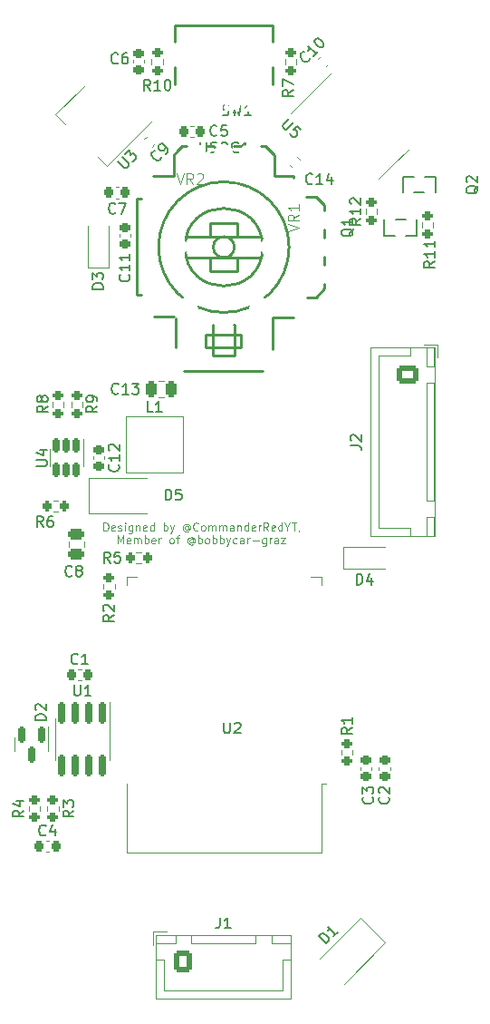
<source format=gbr>
%TF.GenerationSoftware,KiCad,Pcbnew,(6.0.8)*%
%TF.CreationDate,2022-10-07T15:24:08+02:00*%
%TF.ProjectId,bobbycar-emergency-hardware,626f6262-7963-4617-922d-656d65726765,rev?*%
%TF.SameCoordinates,Original*%
%TF.FileFunction,Legend,Top*%
%TF.FilePolarity,Positive*%
%FSLAX46Y46*%
G04 Gerber Fmt 4.6, Leading zero omitted, Abs format (unit mm)*
G04 Created by KiCad (PCBNEW (6.0.8)) date 2022-10-07 15:24:08*
%MOMM*%
%LPD*%
G01*
G04 APERTURE LIST*
G04 Aperture macros list*
%AMRoundRect*
0 Rectangle with rounded corners*
0 $1 Rounding radius*
0 $2 $3 $4 $5 $6 $7 $8 $9 X,Y pos of 4 corners*
0 Add a 4 corners polygon primitive as box body*
4,1,4,$2,$3,$4,$5,$6,$7,$8,$9,$2,$3,0*
0 Add four circle primitives for the rounded corners*
1,1,$1+$1,$2,$3*
1,1,$1+$1,$4,$5*
1,1,$1+$1,$6,$7*
1,1,$1+$1,$8,$9*
0 Add four rect primitives between the rounded corners*
20,1,$1+$1,$2,$3,$4,$5,0*
20,1,$1+$1,$4,$5,$6,$7,0*
20,1,$1+$1,$6,$7,$8,$9,0*
20,1,$1+$1,$8,$9,$2,$3,0*%
%AMRotRect*
0 Rectangle, with rotation*
0 The origin of the aperture is its center*
0 $1 length*
0 $2 width*
0 $3 Rotation angle, in degrees counterclockwise*
0 Add horizontal line*
21,1,$1,$2,0,0,$3*%
G04 Aperture macros list end*
%ADD10C,0.100000*%
%ADD11C,0.150000*%
%ADD12C,0.250000*%
%ADD13C,0.120000*%
%ADD14R,0.600000X1.150000*%
%ADD15R,0.300000X1.150000*%
%ADD16O,1.000000X1.800000*%
%ADD17O,1.000000X2.100000*%
%ADD18C,0.650000*%
%ADD19C,1.800000*%
%ADD20C,2.500000*%
%ADD21C,2.200000*%
%ADD22R,0.700000X1.250000*%
%ADD23RoundRect,0.225000X-0.250000X0.225000X-0.250000X-0.225000X0.250000X-0.225000X0.250000X0.225000X0*%
%ADD24RoundRect,0.225000X0.250000X-0.225000X0.250000X0.225000X-0.250000X0.225000X-0.250000X-0.225000X0*%
%ADD25RoundRect,0.200000X0.275000X-0.200000X0.275000X0.200000X-0.275000X0.200000X-0.275000X-0.200000X0*%
%ADD26RoundRect,0.250000X0.475000X-0.250000X0.475000X0.250000X-0.475000X0.250000X-0.475000X-0.250000X0*%
%ADD27RoundRect,0.150000X-0.150000X0.587500X-0.150000X-0.587500X0.150000X-0.587500X0.150000X0.587500X0*%
%ADD28RoundRect,0.200000X-0.275000X0.200000X-0.275000X-0.200000X0.275000X-0.200000X0.275000X0.200000X0*%
%ADD29RoundRect,0.250000X-0.600000X-0.725000X0.600000X-0.725000X0.600000X0.725000X-0.600000X0.725000X0*%
%ADD30O,1.700000X1.950000*%
%ADD31RoundRect,0.250000X-0.725000X0.600000X-0.725000X-0.600000X0.725000X-0.600000X0.725000X0.600000X0*%
%ADD32O,1.950000X1.700000*%
%ADD33RoundRect,0.150000X-0.150000X0.825000X-0.150000X-0.825000X0.150000X-0.825000X0.150000X0.825000X0*%
%ADD34RoundRect,0.200000X-0.200000X-0.275000X0.200000X-0.275000X0.200000X0.275000X-0.200000X0.275000X0*%
%ADD35R,1.200000X0.900000*%
%ADD36R,1.800000X4.200000*%
%ADD37RoundRect,0.225000X-0.335876X-0.017678X-0.017678X-0.335876X0.335876X0.017678X0.017678X0.335876X0*%
%ADD38RoundRect,0.225000X-0.225000X-0.250000X0.225000X-0.250000X0.225000X0.250000X-0.225000X0.250000X0*%
%ADD39R,0.900000X1.200000*%
%ADD40RoundRect,0.200000X0.200000X0.275000X-0.200000X0.275000X-0.200000X-0.275000X0.200000X-0.275000X0*%
%ADD41RoundRect,0.150000X-0.150000X0.512500X-0.150000X-0.512500X0.150000X-0.512500X0.150000X0.512500X0*%
%ADD42RoundRect,0.150000X-0.477297X-0.689429X0.689429X0.477297X0.477297X0.689429X-0.689429X-0.477297X0*%
%ADD43RotRect,2.000000X1.500000X225.000000*%
%ADD44RotRect,2.000000X3.800000X225.000000*%
%ADD45RoundRect,0.225000X-0.017678X0.335876X-0.335876X0.017678X0.017678X-0.335876X0.335876X-0.017678X0*%
%ADD46RoundRect,0.225000X0.017678X-0.335876X0.335876X-0.017678X-0.017678X0.335876X-0.335876X0.017678X0*%
%ADD47RoundRect,0.250000X-0.250000X-0.475000X0.250000X-0.475000X0.250000X0.475000X-0.250000X0.475000X0*%
%ADD48R,2.500000X1.800000*%
%ADD49RotRect,2.500000X1.800000X225.000000*%
%ADD50R,1.500000X0.900000*%
%ADD51R,0.900000X1.500000*%
%ADD52R,4.200000X4.200000*%
%ADD53C,0.475000*%
G04 APERTURE END LIST*
D10*
X-1251000Y44206464D02*
X-1251000Y44956464D01*
X-1072428Y44956464D01*
X-965285Y44920750D01*
X-893857Y44849321D01*
X-858142Y44777892D01*
X-822428Y44635035D01*
X-822428Y44527892D01*
X-858142Y44385035D01*
X-893857Y44313607D01*
X-965285Y44242178D01*
X-1072428Y44206464D01*
X-1251000Y44206464D01*
X-215285Y44242178D02*
X-286714Y44206464D01*
X-429571Y44206464D01*
X-501000Y44242178D01*
X-536714Y44313607D01*
X-536714Y44599321D01*
X-501000Y44670750D01*
X-429571Y44706464D01*
X-286714Y44706464D01*
X-215285Y44670750D01*
X-179571Y44599321D01*
X-179571Y44527892D01*
X-536714Y44456464D01*
X106142Y44242178D02*
X177571Y44206464D01*
X320428Y44206464D01*
X391857Y44242178D01*
X427571Y44313607D01*
X427571Y44349321D01*
X391857Y44420750D01*
X320428Y44456464D01*
X213285Y44456464D01*
X141857Y44492178D01*
X106142Y44563607D01*
X106142Y44599321D01*
X141857Y44670750D01*
X213285Y44706464D01*
X320428Y44706464D01*
X391857Y44670750D01*
X748999Y44206464D02*
X748999Y44706464D01*
X748999Y44956464D02*
X713285Y44920750D01*
X748999Y44885035D01*
X784714Y44920750D01*
X748999Y44956464D01*
X748999Y44885035D01*
X1427571Y44706464D02*
X1427571Y44099321D01*
X1391857Y44027892D01*
X1356142Y43992178D01*
X1284714Y43956464D01*
X1177571Y43956464D01*
X1106142Y43992178D01*
X1427571Y44242178D02*
X1356142Y44206464D01*
X1213285Y44206464D01*
X1141857Y44242178D01*
X1106142Y44277892D01*
X1070428Y44349321D01*
X1070428Y44563607D01*
X1106142Y44635035D01*
X1141857Y44670750D01*
X1213285Y44706464D01*
X1356142Y44706464D01*
X1427571Y44670750D01*
X1784714Y44706464D02*
X1784714Y44206464D01*
X1784714Y44635035D02*
X1820428Y44670750D01*
X1891857Y44706464D01*
X1998999Y44706464D01*
X2070428Y44670750D01*
X2106142Y44599321D01*
X2106142Y44206464D01*
X2748999Y44242178D02*
X2677571Y44206464D01*
X2534714Y44206464D01*
X2463285Y44242178D01*
X2427571Y44313607D01*
X2427571Y44599321D01*
X2463285Y44670750D01*
X2534714Y44706464D01*
X2677571Y44706464D01*
X2748999Y44670750D01*
X2784714Y44599321D01*
X2784714Y44527892D01*
X2427571Y44456464D01*
X3427571Y44206464D02*
X3427571Y44956464D01*
X3427571Y44242178D02*
X3356142Y44206464D01*
X3213285Y44206464D01*
X3141857Y44242178D01*
X3106142Y44277892D01*
X3070428Y44349321D01*
X3070428Y44563607D01*
X3106142Y44635035D01*
X3141857Y44670750D01*
X3213285Y44706464D01*
X3356142Y44706464D01*
X3427571Y44670750D01*
X4356142Y44206464D02*
X4356142Y44956464D01*
X4356142Y44670750D02*
X4427571Y44706464D01*
X4570428Y44706464D01*
X4641857Y44670750D01*
X4677571Y44635035D01*
X4713285Y44563607D01*
X4713285Y44349321D01*
X4677571Y44277892D01*
X4641857Y44242178D01*
X4570428Y44206464D01*
X4427571Y44206464D01*
X4356142Y44242178D01*
X4963285Y44706464D02*
X5141857Y44206464D01*
X5320428Y44706464D02*
X5141857Y44206464D01*
X5070428Y44027892D01*
X5034714Y43992178D01*
X4963285Y43956464D01*
X6641857Y44563607D02*
X6606142Y44599321D01*
X6534714Y44635035D01*
X6463285Y44635035D01*
X6391857Y44599321D01*
X6356142Y44563607D01*
X6320428Y44492178D01*
X6320428Y44420750D01*
X6356142Y44349321D01*
X6391857Y44313607D01*
X6463285Y44277892D01*
X6534714Y44277892D01*
X6606142Y44313607D01*
X6641857Y44349321D01*
X6641857Y44635035D02*
X6641857Y44349321D01*
X6677571Y44313607D01*
X6713285Y44313607D01*
X6784714Y44349321D01*
X6820428Y44420750D01*
X6820428Y44599321D01*
X6748999Y44706464D01*
X6641857Y44777892D01*
X6498999Y44813607D01*
X6356142Y44777892D01*
X6248999Y44706464D01*
X6177571Y44599321D01*
X6141857Y44456464D01*
X6177571Y44313607D01*
X6248999Y44206464D01*
X6356142Y44135035D01*
X6498999Y44099321D01*
X6641857Y44135035D01*
X6748999Y44206464D01*
X7570428Y44277892D02*
X7534714Y44242178D01*
X7427571Y44206464D01*
X7356142Y44206464D01*
X7248999Y44242178D01*
X7177571Y44313607D01*
X7141857Y44385035D01*
X7106142Y44527892D01*
X7106142Y44635035D01*
X7141857Y44777892D01*
X7177571Y44849321D01*
X7248999Y44920750D01*
X7356142Y44956464D01*
X7427571Y44956464D01*
X7534714Y44920750D01*
X7570428Y44885035D01*
X7998999Y44206464D02*
X7927571Y44242178D01*
X7891857Y44277892D01*
X7856142Y44349321D01*
X7856142Y44563607D01*
X7891857Y44635035D01*
X7927571Y44670750D01*
X7998999Y44706464D01*
X8106142Y44706464D01*
X8177571Y44670750D01*
X8213285Y44635035D01*
X8248999Y44563607D01*
X8248999Y44349321D01*
X8213285Y44277892D01*
X8177571Y44242178D01*
X8106142Y44206464D01*
X7998999Y44206464D01*
X8570428Y44206464D02*
X8570428Y44706464D01*
X8570428Y44635035D02*
X8606142Y44670750D01*
X8677571Y44706464D01*
X8784714Y44706464D01*
X8856142Y44670750D01*
X8891857Y44599321D01*
X8891857Y44206464D01*
X8891857Y44599321D02*
X8927571Y44670750D01*
X8998999Y44706464D01*
X9106142Y44706464D01*
X9177571Y44670750D01*
X9213285Y44599321D01*
X9213285Y44206464D01*
X9570428Y44206464D02*
X9570428Y44706464D01*
X9570428Y44635035D02*
X9606142Y44670750D01*
X9677571Y44706464D01*
X9784714Y44706464D01*
X9856142Y44670750D01*
X9891857Y44599321D01*
X9891857Y44206464D01*
X9891857Y44599321D02*
X9927571Y44670750D01*
X9998999Y44706464D01*
X10106142Y44706464D01*
X10177571Y44670750D01*
X10213285Y44599321D01*
X10213285Y44206464D01*
X10891857Y44206464D02*
X10891857Y44599321D01*
X10856142Y44670750D01*
X10784714Y44706464D01*
X10641857Y44706464D01*
X10570428Y44670750D01*
X10891857Y44242178D02*
X10820428Y44206464D01*
X10641857Y44206464D01*
X10570428Y44242178D01*
X10534714Y44313607D01*
X10534714Y44385035D01*
X10570428Y44456464D01*
X10641857Y44492178D01*
X10820428Y44492178D01*
X10891857Y44527892D01*
X11248999Y44706464D02*
X11248999Y44206464D01*
X11248999Y44635035D02*
X11284714Y44670750D01*
X11356142Y44706464D01*
X11463285Y44706464D01*
X11534714Y44670750D01*
X11570428Y44599321D01*
X11570428Y44206464D01*
X12248999Y44206464D02*
X12248999Y44956464D01*
X12248999Y44242178D02*
X12177571Y44206464D01*
X12034714Y44206464D01*
X11963285Y44242178D01*
X11927571Y44277892D01*
X11891857Y44349321D01*
X11891857Y44563607D01*
X11927571Y44635035D01*
X11963285Y44670750D01*
X12034714Y44706464D01*
X12177571Y44706464D01*
X12248999Y44670750D01*
X12891857Y44242178D02*
X12820428Y44206464D01*
X12677571Y44206464D01*
X12606142Y44242178D01*
X12570428Y44313607D01*
X12570428Y44599321D01*
X12606142Y44670750D01*
X12677571Y44706464D01*
X12820428Y44706464D01*
X12891857Y44670750D01*
X12927571Y44599321D01*
X12927571Y44527892D01*
X12570428Y44456464D01*
X13249000Y44206464D02*
X13249000Y44706464D01*
X13249000Y44563607D02*
X13284714Y44635035D01*
X13320428Y44670750D01*
X13391857Y44706464D01*
X13463285Y44706464D01*
X14141857Y44206464D02*
X13891857Y44563607D01*
X13713285Y44206464D02*
X13713285Y44956464D01*
X13999000Y44956464D01*
X14070428Y44920750D01*
X14106142Y44885035D01*
X14141857Y44813607D01*
X14141857Y44706464D01*
X14106142Y44635035D01*
X14070428Y44599321D01*
X13999000Y44563607D01*
X13713285Y44563607D01*
X14749000Y44242178D02*
X14677571Y44206464D01*
X14534714Y44206464D01*
X14463285Y44242178D01*
X14427571Y44313607D01*
X14427571Y44599321D01*
X14463285Y44670750D01*
X14534714Y44706464D01*
X14677571Y44706464D01*
X14749000Y44670750D01*
X14784714Y44599321D01*
X14784714Y44527892D01*
X14427571Y44456464D01*
X15427571Y44206464D02*
X15427571Y44956464D01*
X15427571Y44242178D02*
X15356142Y44206464D01*
X15213285Y44206464D01*
X15141857Y44242178D01*
X15106142Y44277892D01*
X15070428Y44349321D01*
X15070428Y44563607D01*
X15106142Y44635035D01*
X15141857Y44670750D01*
X15213285Y44706464D01*
X15356142Y44706464D01*
X15427571Y44670750D01*
X15927571Y44563607D02*
X15927571Y44206464D01*
X15677571Y44956464D02*
X15927571Y44563607D01*
X16177571Y44956464D01*
X16320428Y44956464D02*
X16748999Y44956464D01*
X16534714Y44206464D02*
X16534714Y44956464D01*
X17034714Y44242178D02*
X17034714Y44206464D01*
X16999000Y44135035D01*
X16963285Y44099321D01*
X88285Y42998964D02*
X88285Y43748964D01*
X338285Y43213250D01*
X588285Y43748964D01*
X588285Y42998964D01*
X1231142Y43034678D02*
X1159714Y42998964D01*
X1016857Y42998964D01*
X945428Y43034678D01*
X909714Y43106107D01*
X909714Y43391821D01*
X945428Y43463250D01*
X1016857Y43498964D01*
X1159714Y43498964D01*
X1231142Y43463250D01*
X1266857Y43391821D01*
X1266857Y43320392D01*
X909714Y43248964D01*
X1588285Y42998964D02*
X1588285Y43498964D01*
X1588285Y43427535D02*
X1623999Y43463250D01*
X1695428Y43498964D01*
X1802571Y43498964D01*
X1873999Y43463250D01*
X1909714Y43391821D01*
X1909714Y42998964D01*
X1909714Y43391821D02*
X1945428Y43463250D01*
X2016857Y43498964D01*
X2123999Y43498964D01*
X2195428Y43463250D01*
X2231142Y43391821D01*
X2231142Y42998964D01*
X2588285Y42998964D02*
X2588285Y43748964D01*
X2588285Y43463250D02*
X2659714Y43498964D01*
X2802571Y43498964D01*
X2873999Y43463250D01*
X2909714Y43427535D01*
X2945428Y43356107D01*
X2945428Y43141821D01*
X2909714Y43070392D01*
X2873999Y43034678D01*
X2802571Y42998964D01*
X2659714Y42998964D01*
X2588285Y43034678D01*
X3552571Y43034678D02*
X3481142Y42998964D01*
X3338285Y42998964D01*
X3266857Y43034678D01*
X3231142Y43106107D01*
X3231142Y43391821D01*
X3266857Y43463250D01*
X3338285Y43498964D01*
X3481142Y43498964D01*
X3552571Y43463250D01*
X3588285Y43391821D01*
X3588285Y43320392D01*
X3231142Y43248964D01*
X3909714Y42998964D02*
X3909714Y43498964D01*
X3909714Y43356107D02*
X3945428Y43427535D01*
X3981142Y43463250D01*
X4052571Y43498964D01*
X4123999Y43498964D01*
X5052571Y42998964D02*
X4981142Y43034678D01*
X4945428Y43070392D01*
X4909714Y43141821D01*
X4909714Y43356107D01*
X4945428Y43427535D01*
X4981142Y43463250D01*
X5052571Y43498964D01*
X5159714Y43498964D01*
X5231142Y43463250D01*
X5266857Y43427535D01*
X5302571Y43356107D01*
X5302571Y43141821D01*
X5266857Y43070392D01*
X5231142Y43034678D01*
X5159714Y42998964D01*
X5052571Y42998964D01*
X5516857Y43498964D02*
X5802571Y43498964D01*
X5623999Y42998964D02*
X5623999Y43641821D01*
X5659714Y43713250D01*
X5731142Y43748964D01*
X5802571Y43748964D01*
X7088285Y43356107D02*
X7052571Y43391821D01*
X6981142Y43427535D01*
X6909714Y43427535D01*
X6838285Y43391821D01*
X6802571Y43356107D01*
X6766857Y43284678D01*
X6766857Y43213250D01*
X6802571Y43141821D01*
X6838285Y43106107D01*
X6909714Y43070392D01*
X6981142Y43070392D01*
X7052571Y43106107D01*
X7088285Y43141821D01*
X7088285Y43427535D02*
X7088285Y43141821D01*
X7123999Y43106107D01*
X7159714Y43106107D01*
X7231142Y43141821D01*
X7266857Y43213250D01*
X7266857Y43391821D01*
X7195428Y43498964D01*
X7088285Y43570392D01*
X6945428Y43606107D01*
X6802571Y43570392D01*
X6695428Y43498964D01*
X6623999Y43391821D01*
X6588285Y43248964D01*
X6623999Y43106107D01*
X6695428Y42998964D01*
X6802571Y42927535D01*
X6945428Y42891821D01*
X7088285Y42927535D01*
X7195428Y42998964D01*
X7588285Y42998964D02*
X7588285Y43748964D01*
X7588285Y43463250D02*
X7659714Y43498964D01*
X7802571Y43498964D01*
X7873999Y43463250D01*
X7909714Y43427535D01*
X7945428Y43356107D01*
X7945428Y43141821D01*
X7909714Y43070392D01*
X7873999Y43034678D01*
X7802571Y42998964D01*
X7659714Y42998964D01*
X7588285Y43034678D01*
X8373999Y42998964D02*
X8302571Y43034678D01*
X8266857Y43070392D01*
X8231142Y43141821D01*
X8231142Y43356107D01*
X8266857Y43427535D01*
X8302571Y43463250D01*
X8373999Y43498964D01*
X8481142Y43498964D01*
X8552571Y43463250D01*
X8588285Y43427535D01*
X8623999Y43356107D01*
X8623999Y43141821D01*
X8588285Y43070392D01*
X8552571Y43034678D01*
X8481142Y42998964D01*
X8373999Y42998964D01*
X8945428Y42998964D02*
X8945428Y43748964D01*
X8945428Y43463250D02*
X9016857Y43498964D01*
X9159714Y43498964D01*
X9231142Y43463250D01*
X9266857Y43427535D01*
X9302571Y43356107D01*
X9302571Y43141821D01*
X9266857Y43070392D01*
X9231142Y43034678D01*
X9159714Y42998964D01*
X9016857Y42998964D01*
X8945428Y43034678D01*
X9623999Y42998964D02*
X9623999Y43748964D01*
X9623999Y43463250D02*
X9695428Y43498964D01*
X9838285Y43498964D01*
X9909714Y43463250D01*
X9945428Y43427535D01*
X9981142Y43356107D01*
X9981142Y43141821D01*
X9945428Y43070392D01*
X9909714Y43034678D01*
X9838285Y42998964D01*
X9695428Y42998964D01*
X9623999Y43034678D01*
X10231142Y43498964D02*
X10409714Y42998964D01*
X10588285Y43498964D02*
X10409714Y42998964D01*
X10338285Y42820392D01*
X10302571Y42784678D01*
X10231142Y42748964D01*
X11195428Y43034678D02*
X11123999Y42998964D01*
X10981142Y42998964D01*
X10909714Y43034678D01*
X10873999Y43070392D01*
X10838285Y43141821D01*
X10838285Y43356107D01*
X10873999Y43427535D01*
X10909714Y43463250D01*
X10981142Y43498964D01*
X11123999Y43498964D01*
X11195428Y43463250D01*
X11838285Y42998964D02*
X11838285Y43391821D01*
X11802571Y43463250D01*
X11731142Y43498964D01*
X11588285Y43498964D01*
X11516857Y43463250D01*
X11838285Y43034678D02*
X11766857Y42998964D01*
X11588285Y42998964D01*
X11516857Y43034678D01*
X11481142Y43106107D01*
X11481142Y43177535D01*
X11516857Y43248964D01*
X11588285Y43284678D01*
X11766857Y43284678D01*
X11838285Y43320392D01*
X12195428Y42998964D02*
X12195428Y43498964D01*
X12195428Y43356107D02*
X12231142Y43427535D01*
X12266857Y43463250D01*
X12338285Y43498964D01*
X12409714Y43498964D01*
X12659714Y43284678D02*
X13231142Y43284678D01*
X13909714Y43498964D02*
X13909714Y42891821D01*
X13874000Y42820392D01*
X13838285Y42784678D01*
X13766857Y42748964D01*
X13659714Y42748964D01*
X13588285Y42784678D01*
X13909714Y43034678D02*
X13838285Y42998964D01*
X13695428Y42998964D01*
X13624000Y43034678D01*
X13588285Y43070392D01*
X13552571Y43141821D01*
X13552571Y43356107D01*
X13588285Y43427535D01*
X13624000Y43463250D01*
X13695428Y43498964D01*
X13838285Y43498964D01*
X13909714Y43463250D01*
X14266857Y42998964D02*
X14266857Y43498964D01*
X14266857Y43356107D02*
X14302571Y43427535D01*
X14338285Y43463250D01*
X14409714Y43498964D01*
X14481142Y43498964D01*
X15052571Y42998964D02*
X15052571Y43391821D01*
X15016857Y43463250D01*
X14945428Y43498964D01*
X14802571Y43498964D01*
X14731142Y43463250D01*
X15052571Y43034678D02*
X14981142Y42998964D01*
X14802571Y42998964D01*
X14731142Y43034678D01*
X14695428Y43106107D01*
X14695428Y43177535D01*
X14731142Y43248964D01*
X14802571Y43284678D01*
X14981142Y43284678D01*
X15052571Y43320392D01*
X15338285Y43498964D02*
X15731142Y43498964D01*
X15338285Y42998964D01*
X15731142Y42998964D01*
D11*
%TO.C,USBC1*%
X7761904Y80477619D02*
X7761904Y79668095D01*
X7809523Y79572857D01*
X7857142Y79525238D01*
X7952380Y79477619D01*
X8142857Y79477619D01*
X8238095Y79525238D01*
X8285714Y79572857D01*
X8333333Y79668095D01*
X8333333Y80477619D01*
X8761904Y79525238D02*
X8904761Y79477619D01*
X9142857Y79477619D01*
X9238095Y79525238D01*
X9285714Y79572857D01*
X9333333Y79668095D01*
X9333333Y79763333D01*
X9285714Y79858571D01*
X9238095Y79906190D01*
X9142857Y79953809D01*
X8952380Y80001428D01*
X8857142Y80049047D01*
X8809523Y80096666D01*
X8761904Y80191904D01*
X8761904Y80287142D01*
X8809523Y80382380D01*
X8857142Y80430000D01*
X8952380Y80477619D01*
X9190476Y80477619D01*
X9333333Y80430000D01*
X10095238Y80001428D02*
X10238095Y79953809D01*
X10285714Y79906190D01*
X10333333Y79810952D01*
X10333333Y79668095D01*
X10285714Y79572857D01*
X10238095Y79525238D01*
X10142857Y79477619D01*
X9761904Y79477619D01*
X9761904Y80477619D01*
X10095238Y80477619D01*
X10190476Y80430000D01*
X10238095Y80382380D01*
X10285714Y80287142D01*
X10285714Y80191904D01*
X10238095Y80096666D01*
X10190476Y80049047D01*
X10095238Y80001428D01*
X9761904Y80001428D01*
X11333333Y79572857D02*
X11285714Y79525238D01*
X11142857Y79477619D01*
X11047619Y79477619D01*
X10904761Y79525238D01*
X10809523Y79620476D01*
X10761904Y79715714D01*
X10714285Y79906190D01*
X10714285Y80049047D01*
X10761904Y80239523D01*
X10809523Y80334761D01*
X10904761Y80430000D01*
X11047619Y80477619D01*
X11142857Y80477619D01*
X11285714Y80430000D01*
X11333333Y80382380D01*
X12285714Y79477619D02*
X11714285Y79477619D01*
X12000000Y79477619D02*
X12000000Y80477619D01*
X11904761Y80334761D01*
X11809523Y80239523D01*
X11714285Y80191904D01*
%TO.C,SW1*%
X9846666Y82997238D02*
X9989523Y82949619D01*
X10227619Y82949619D01*
X10322857Y82997238D01*
X10370476Y83044857D01*
X10418095Y83140095D01*
X10418095Y83235333D01*
X10370476Y83330571D01*
X10322857Y83378190D01*
X10227619Y83425809D01*
X10037142Y83473428D01*
X9941904Y83521047D01*
X9894285Y83568666D01*
X9846666Y83663904D01*
X9846666Y83759142D01*
X9894285Y83854380D01*
X9941904Y83902000D01*
X10037142Y83949619D01*
X10275238Y83949619D01*
X10418095Y83902000D01*
X10751428Y83949619D02*
X10989523Y82949619D01*
X11180000Y83663904D01*
X11370476Y82949619D01*
X11608571Y83949619D01*
X12513333Y82949619D02*
X11941904Y82949619D01*
X12227619Y82949619D02*
X12227619Y83949619D01*
X12132380Y83806761D01*
X12037142Y83711523D01*
X11941904Y83663904D01*
D10*
X15972380Y72142238D02*
X16972380Y72475571D01*
X15972380Y72808904D01*
X16972380Y73713666D02*
X16496190Y73380333D01*
X16972380Y73142238D02*
X15972380Y73142238D01*
X15972380Y73523190D01*
X16020000Y73618428D01*
X16067619Y73666047D01*
X16162857Y73713666D01*
X16305714Y73713666D01*
X16400952Y73666047D01*
X16448571Y73618428D01*
X16496190Y73523190D01*
X16496190Y73142238D01*
X16972380Y74666047D02*
X16972380Y74094619D01*
X16972380Y74380333D02*
X15972380Y74380333D01*
X16115238Y74285095D01*
X16210476Y74189857D01*
X16258095Y74094619D01*
X5540238Y77569619D02*
X5873571Y76569619D01*
X6206904Y77569619D01*
X7111666Y76569619D02*
X6778333Y77045809D01*
X6540238Y76569619D02*
X6540238Y77569619D01*
X6921190Y77569619D01*
X7016428Y77522000D01*
X7064047Y77474380D01*
X7111666Y77379142D01*
X7111666Y77236285D01*
X7064047Y77141047D01*
X7016428Y77093428D01*
X6921190Y77045809D01*
X6540238Y77045809D01*
X7492619Y77474380D02*
X7540238Y77522000D01*
X7635476Y77569619D01*
X7873571Y77569619D01*
X7968809Y77522000D01*
X8016428Y77474380D01*
X8064047Y77379142D01*
X8064047Y77283904D01*
X8016428Y77141047D01*
X7445000Y76569619D01*
X8064047Y76569619D01*
D11*
%TO.C,Q2*%
X33747619Y76404761D02*
X33700000Y76309523D01*
X33604761Y76214285D01*
X33461904Y76071428D01*
X33414285Y75976190D01*
X33414285Y75880952D01*
X33652380Y75928571D02*
X33604761Y75833333D01*
X33509523Y75738095D01*
X33319047Y75690476D01*
X32985714Y75690476D01*
X32795238Y75738095D01*
X32700000Y75833333D01*
X32652380Y75928571D01*
X32652380Y76119047D01*
X32700000Y76214285D01*
X32795238Y76309523D01*
X32985714Y76357142D01*
X33319047Y76357142D01*
X33509523Y76309523D01*
X33604761Y76214285D01*
X33652380Y76119047D01*
X33652380Y75928571D01*
X32747619Y76738095D02*
X32700000Y76785714D01*
X32652380Y76880952D01*
X32652380Y77119047D01*
X32700000Y77214285D01*
X32747619Y77261904D01*
X32842857Y77309523D01*
X32938095Y77309523D01*
X33080952Y77261904D01*
X33652380Y76690476D01*
X33652380Y77309523D01*
%TO.C,Q1*%
X22097619Y72404761D02*
X22050000Y72309523D01*
X21954761Y72214285D01*
X21811904Y72071428D01*
X21764285Y71976190D01*
X21764285Y71880952D01*
X22002380Y71928571D02*
X21954761Y71833333D01*
X21859523Y71738095D01*
X21669047Y71690476D01*
X21335714Y71690476D01*
X21145238Y71738095D01*
X21050000Y71833333D01*
X21002380Y71928571D01*
X21002380Y72119047D01*
X21050000Y72214285D01*
X21145238Y72309523D01*
X21335714Y72357142D01*
X21669047Y72357142D01*
X21859523Y72309523D01*
X21954761Y72214285D01*
X22002380Y72119047D01*
X22002380Y71928571D01*
X22002380Y73309523D02*
X22002380Y72738095D01*
X22002380Y73023809D02*
X21002380Y73023809D01*
X21145238Y72928571D01*
X21240476Y72833333D01*
X21288095Y72738095D01*
%TO.C,C6*%
X83333Y87892857D02*
X35714Y87845238D01*
X-107142Y87797619D01*
X-202380Y87797619D01*
X-345238Y87845238D01*
X-440476Y87940476D01*
X-488095Y88035714D01*
X-535714Y88226190D01*
X-535714Y88369047D01*
X-488095Y88559523D01*
X-440476Y88654761D01*
X-345238Y88750000D01*
X-202380Y88797619D01*
X-107142Y88797619D01*
X35714Y88750000D01*
X83333Y88702380D01*
X940476Y88797619D02*
X750000Y88797619D01*
X654761Y88750000D01*
X607142Y88702380D01*
X511904Y88559523D01*
X464285Y88369047D01*
X464285Y87988095D01*
X511904Y87892857D01*
X559523Y87845238D01*
X654761Y87797619D01*
X845238Y87797619D01*
X940476Y87845238D01*
X988095Y87892857D01*
X1035714Y87988095D01*
X1035714Y88226190D01*
X988095Y88321428D01*
X940476Y88369047D01*
X845238Y88416666D01*
X654761Y88416666D01*
X559523Y88369047D01*
X511904Y88321428D01*
X464285Y88226190D01*
%TO.C,C3*%
X23857142Y19333333D02*
X23904761Y19285714D01*
X23952380Y19142857D01*
X23952380Y19047619D01*
X23904761Y18904761D01*
X23809523Y18809523D01*
X23714285Y18761904D01*
X23523809Y18714285D01*
X23380952Y18714285D01*
X23190476Y18761904D01*
X23095238Y18809523D01*
X23000000Y18904761D01*
X22952380Y19047619D01*
X22952380Y19142857D01*
X23000000Y19285714D01*
X23047619Y19333333D01*
X22952380Y19666666D02*
X22952380Y20285714D01*
X23333333Y19952380D01*
X23333333Y20095238D01*
X23380952Y20190476D01*
X23428571Y20238095D01*
X23523809Y20285714D01*
X23761904Y20285714D01*
X23857142Y20238095D01*
X23904761Y20190476D01*
X23952380Y20095238D01*
X23952380Y19809523D01*
X23904761Y19714285D01*
X23857142Y19666666D01*
%TO.C,R4*%
X-8727619Y18083333D02*
X-9203809Y17750000D01*
X-8727619Y17511904D02*
X-9727619Y17511904D01*
X-9727619Y17892857D01*
X-9680000Y17988095D01*
X-9632380Y18035714D01*
X-9537142Y18083333D01*
X-9394285Y18083333D01*
X-9299047Y18035714D01*
X-9251428Y17988095D01*
X-9203809Y17892857D01*
X-9203809Y17511904D01*
X-9394285Y18940476D02*
X-8727619Y18940476D01*
X-9775238Y18702380D02*
X-9060952Y18464285D01*
X-9060952Y19083333D01*
%TO.C,C8*%
X-4230666Y40028857D02*
X-4278285Y39981238D01*
X-4421142Y39933619D01*
X-4516380Y39933619D01*
X-4659238Y39981238D01*
X-4754476Y40076476D01*
X-4802095Y40171714D01*
X-4849714Y40362190D01*
X-4849714Y40505047D01*
X-4802095Y40695523D01*
X-4754476Y40790761D01*
X-4659238Y40886000D01*
X-4516380Y40933619D01*
X-4421142Y40933619D01*
X-4278285Y40886000D01*
X-4230666Y40838380D01*
X-3659238Y40505047D02*
X-3754476Y40552666D01*
X-3802095Y40600285D01*
X-3849714Y40695523D01*
X-3849714Y40743142D01*
X-3802095Y40838380D01*
X-3754476Y40886000D01*
X-3659238Y40933619D01*
X-3468761Y40933619D01*
X-3373523Y40886000D01*
X-3325904Y40838380D01*
X-3278285Y40743142D01*
X-3278285Y40695523D01*
X-3325904Y40600285D01*
X-3373523Y40552666D01*
X-3468761Y40505047D01*
X-3659238Y40505047D01*
X-3754476Y40457428D01*
X-3802095Y40409809D01*
X-3849714Y40314571D01*
X-3849714Y40124095D01*
X-3802095Y40028857D01*
X-3754476Y39981238D01*
X-3659238Y39933619D01*
X-3468761Y39933619D01*
X-3373523Y39981238D01*
X-3325904Y40028857D01*
X-3278285Y40124095D01*
X-3278285Y40314571D01*
X-3325904Y40409809D01*
X-3373523Y40457428D01*
X-3468761Y40505047D01*
%TO.C,D2*%
X-6647619Y26511904D02*
X-7647619Y26511904D01*
X-7647619Y26750000D01*
X-7600000Y26892857D01*
X-7504761Y26988095D01*
X-7409523Y27035714D01*
X-7219047Y27083333D01*
X-7076190Y27083333D01*
X-6885714Y27035714D01*
X-6790476Y26988095D01*
X-6695238Y26892857D01*
X-6647619Y26750000D01*
X-6647619Y26511904D01*
X-7552380Y27464285D02*
X-7600000Y27511904D01*
X-7647619Y27607142D01*
X-7647619Y27845238D01*
X-7600000Y27940476D01*
X-7552380Y27988095D01*
X-7457142Y28035714D01*
X-7361904Y28035714D01*
X-7219047Y27988095D01*
X-6647619Y27416666D01*
X-6647619Y28035714D01*
%TO.C,R11*%
X29702380Y69357142D02*
X29226190Y69023809D01*
X29702380Y68785714D02*
X28702380Y68785714D01*
X28702380Y69166666D01*
X28750000Y69261904D01*
X28797619Y69309523D01*
X28892857Y69357142D01*
X29035714Y69357142D01*
X29130952Y69309523D01*
X29178571Y69261904D01*
X29226190Y69166666D01*
X29226190Y68785714D01*
X29702380Y70309523D02*
X29702380Y69738095D01*
X29702380Y70023809D02*
X28702380Y70023809D01*
X28845238Y69928571D01*
X28940476Y69833333D01*
X28988095Y69738095D01*
X29702380Y71261904D02*
X29702380Y70690476D01*
X29702380Y70976190D02*
X28702380Y70976190D01*
X28845238Y70880952D01*
X28940476Y70785714D01*
X28988095Y70690476D01*
%TO.C,J1*%
X9616666Y8097619D02*
X9616666Y7383333D01*
X9569047Y7240476D01*
X9473809Y7145238D01*
X9330952Y7097619D01*
X9235714Y7097619D01*
X10616666Y7097619D02*
X10045238Y7097619D01*
X10330952Y7097619D02*
X10330952Y8097619D01*
X10235714Y7954761D01*
X10140476Y7859523D01*
X10045238Y7811904D01*
%TO.C,J2*%
X21804380Y52166666D02*
X22518666Y52166666D01*
X22661523Y52119047D01*
X22756761Y52023809D01*
X22804380Y51880952D01*
X22804380Y51785714D01*
X21899619Y52595238D02*
X21852000Y52642857D01*
X21804380Y52738095D01*
X21804380Y52976190D01*
X21852000Y53071428D01*
X21899619Y53119047D01*
X21994857Y53166666D01*
X22090095Y53166666D01*
X22232952Y53119047D01*
X22804380Y52547619D01*
X22804380Y53166666D01*
%TO.C,U1*%
X-4011904Y29797619D02*
X-4011904Y28988095D01*
X-3964285Y28892857D01*
X-3916666Y28845238D01*
X-3821428Y28797619D01*
X-3630952Y28797619D01*
X-3535714Y28845238D01*
X-3488095Y28892857D01*
X-3440476Y28988095D01*
X-3440476Y29797619D01*
X-2440476Y28797619D02*
X-3011904Y28797619D01*
X-2726190Y28797619D02*
X-2726190Y29797619D01*
X-2821428Y29654761D01*
X-2916666Y29559523D01*
X-3011904Y29511904D01*
%TO.C,R6*%
X-6916666Y44547619D02*
X-7250000Y45023809D01*
X-7488095Y44547619D02*
X-7488095Y45547619D01*
X-7107142Y45547619D01*
X-7011904Y45500000D01*
X-6964285Y45452380D01*
X-6916666Y45357142D01*
X-6916666Y45214285D01*
X-6964285Y45119047D01*
X-7011904Y45071428D01*
X-7107142Y45023809D01*
X-7488095Y45023809D01*
X-6059523Y45547619D02*
X-6250000Y45547619D01*
X-6345238Y45500000D01*
X-6392857Y45452380D01*
X-6488095Y45309523D01*
X-6535714Y45119047D01*
X-6535714Y44738095D01*
X-6488095Y44642857D01*
X-6440476Y44595238D01*
X-6345238Y44547619D01*
X-6154761Y44547619D01*
X-6059523Y44595238D01*
X-6011904Y44642857D01*
X-5964285Y44738095D01*
X-5964285Y44976190D01*
X-6011904Y45071428D01*
X-6059523Y45119047D01*
X-6154761Y45166666D01*
X-6345238Y45166666D01*
X-6440476Y45119047D01*
X-6488095Y45071428D01*
X-6535714Y44976190D01*
%TO.C,C11*%
X1107142Y68107142D02*
X1154761Y68059523D01*
X1202380Y67916666D01*
X1202380Y67821428D01*
X1154761Y67678571D01*
X1059523Y67583333D01*
X964285Y67535714D01*
X773809Y67488095D01*
X630952Y67488095D01*
X440476Y67535714D01*
X345238Y67583333D01*
X249999Y67678571D01*
X202380Y67821428D01*
X202380Y67916666D01*
X249999Y68059523D01*
X297619Y68107142D01*
X1202380Y69059523D02*
X1202380Y68488095D01*
X1202380Y68773809D02*
X202380Y68773809D01*
X345238Y68678571D01*
X440476Y68583333D01*
X488095Y68488095D01*
X1202380Y70011904D02*
X1202380Y69440476D01*
X1202380Y69726190D02*
X202380Y69726190D01*
X345238Y69630952D01*
X440476Y69535714D01*
X488095Y69440476D01*
%TO.C,R10*%
X3107142Y85297619D02*
X2773809Y85773809D01*
X2535714Y85297619D02*
X2535714Y86297619D01*
X2916666Y86297619D01*
X3011904Y86250000D01*
X3059523Y86202380D01*
X3107142Y86107142D01*
X3107142Y85964285D01*
X3059523Y85869047D01*
X3011904Y85821428D01*
X2916666Y85773809D01*
X2535714Y85773809D01*
X4059523Y85297619D02*
X3488095Y85297619D01*
X3773809Y85297619D02*
X3773809Y86297619D01*
X3678571Y86154761D01*
X3583333Y86059523D01*
X3488095Y86011904D01*
X4678571Y86297619D02*
X4773809Y86297619D01*
X4869047Y86250000D01*
X4916666Y86202380D01*
X4964285Y86107142D01*
X5011904Y85916666D01*
X5011904Y85678571D01*
X4964285Y85488095D01*
X4916666Y85392857D01*
X4869047Y85345238D01*
X4773809Y85297619D01*
X4678571Y85297619D01*
X4583333Y85345238D01*
X4535714Y85392857D01*
X4488095Y85488095D01*
X4440476Y85678571D01*
X4440476Y85916666D01*
X4488095Y86107142D01*
X4535714Y86202380D01*
X4583333Y86250000D01*
X4678571Y86297619D01*
%TO.C,D3*%
X-1297619Y66761904D02*
X-2297619Y66761904D01*
X-2297619Y67000000D01*
X-2250000Y67142857D01*
X-2154761Y67238095D01*
X-2059523Y67285714D01*
X-1869047Y67333333D01*
X-1726190Y67333333D01*
X-1535714Y67285714D01*
X-1440476Y67238095D01*
X-1345238Y67142857D01*
X-1297619Y67000000D01*
X-1297619Y66761904D01*
X-2297619Y67666666D02*
X-2297619Y68285714D01*
X-1916666Y67952380D01*
X-1916666Y68095238D01*
X-1869047Y68190476D01*
X-1821428Y68238095D01*
X-1726190Y68285714D01*
X-1488095Y68285714D01*
X-1392857Y68238095D01*
X-1345238Y68190476D01*
X-1297619Y68095238D01*
X-1297619Y67809523D01*
X-1345238Y67714285D01*
X-1392857Y67666666D01*
%TO.C,L1*%
X3333333Y55297619D02*
X2857142Y55297619D01*
X2857142Y56297619D01*
X4190476Y55297619D02*
X3619047Y55297619D01*
X3904761Y55297619D02*
X3904761Y56297619D01*
X3809523Y56154761D01*
X3714285Y56059523D01*
X3619047Y56011904D01*
%TO.C,R8*%
X-6477619Y55833333D02*
X-6953809Y55500000D01*
X-6477619Y55261904D02*
X-7477619Y55261904D01*
X-7477619Y55642857D01*
X-7430000Y55738095D01*
X-7382380Y55785714D01*
X-7287142Y55833333D01*
X-7144285Y55833333D01*
X-7049047Y55785714D01*
X-7001428Y55738095D01*
X-6953809Y55642857D01*
X-6953809Y55261904D01*
X-7049047Y56404761D02*
X-7096666Y56309523D01*
X-7144285Y56261904D01*
X-7239523Y56214285D01*
X-7287142Y56214285D01*
X-7382380Y56261904D01*
X-7430000Y56309523D01*
X-7477619Y56404761D01*
X-7477619Y56595238D01*
X-7430000Y56690476D01*
X-7382380Y56738095D01*
X-7287142Y56785714D01*
X-7239523Y56785714D01*
X-7144285Y56738095D01*
X-7096666Y56690476D01*
X-7049047Y56595238D01*
X-7049047Y56404761D01*
X-7001428Y56309523D01*
X-6953809Y56261904D01*
X-6858571Y56214285D01*
X-6668095Y56214285D01*
X-6572857Y56261904D01*
X-6525238Y56309523D01*
X-6477619Y56404761D01*
X-6477619Y56595238D01*
X-6525238Y56690476D01*
X-6572857Y56738095D01*
X-6668095Y56785714D01*
X-6858571Y56785714D01*
X-6953809Y56738095D01*
X-7001428Y56690476D01*
X-7049047Y56595238D01*
%TO.C,C14*%
X18257142Y76642857D02*
X18209523Y76595238D01*
X18066666Y76547619D01*
X17971428Y76547619D01*
X17828571Y76595238D01*
X17733333Y76690476D01*
X17685714Y76785714D01*
X17638095Y76976190D01*
X17638095Y77119047D01*
X17685714Y77309523D01*
X17733333Y77404761D01*
X17828571Y77500000D01*
X17971428Y77547619D01*
X18066666Y77547619D01*
X18209523Y77500000D01*
X18257142Y77452380D01*
X19209523Y76547619D02*
X18638095Y76547619D01*
X18923809Y76547619D02*
X18923809Y77547619D01*
X18828571Y77404761D01*
X18733333Y77309523D01*
X18638095Y77261904D01*
X20066666Y77214285D02*
X20066666Y76547619D01*
X19828571Y77595238D02*
X19590476Y76880952D01*
X20209523Y76880952D01*
%TO.C,C4*%
X-6666666Y15822857D02*
X-6714285Y15775238D01*
X-6857142Y15727619D01*
X-6952380Y15727619D01*
X-7095238Y15775238D01*
X-7190476Y15870476D01*
X-7238095Y15965714D01*
X-7285714Y16156190D01*
X-7285714Y16299047D01*
X-7238095Y16489523D01*
X-7190476Y16584761D01*
X-7095238Y16680000D01*
X-6952380Y16727619D01*
X-6857142Y16727619D01*
X-6714285Y16680000D01*
X-6666666Y16632380D01*
X-5809523Y16394285D02*
X-5809523Y15727619D01*
X-6047619Y16775238D02*
X-6285714Y16060952D01*
X-5666666Y16060952D01*
%TO.C,D4*%
X22375904Y39171619D02*
X22375904Y40171619D01*
X22614000Y40171619D01*
X22756857Y40124000D01*
X22852095Y40028761D01*
X22899714Y39933523D01*
X22947333Y39743047D01*
X22947333Y39600190D01*
X22899714Y39409714D01*
X22852095Y39314476D01*
X22756857Y39219238D01*
X22614000Y39171619D01*
X22375904Y39171619D01*
X23804476Y39838285D02*
X23804476Y39171619D01*
X23566380Y40219238D02*
X23328285Y39504952D01*
X23947333Y39504952D01*
%TO.C,R5*%
X-634666Y41203619D02*
X-968000Y41679809D01*
X-1206095Y41203619D02*
X-1206095Y42203619D01*
X-825142Y42203619D01*
X-729904Y42156000D01*
X-682285Y42108380D01*
X-634666Y42013142D01*
X-634666Y41870285D01*
X-682285Y41775047D01*
X-729904Y41727428D01*
X-825142Y41679809D01*
X-1206095Y41679809D01*
X270095Y42203619D02*
X-206095Y42203619D01*
X-253714Y41727428D01*
X-206095Y41775047D01*
X-110857Y41822666D01*
X127238Y41822666D01*
X222476Y41775047D01*
X270095Y41727428D01*
X317714Y41632190D01*
X317714Y41394095D01*
X270095Y41298857D01*
X222476Y41251238D01*
X127238Y41203619D01*
X-110857Y41203619D01*
X-206095Y41251238D01*
X-253714Y41298857D01*
%TO.C,U4*%
X-7547619Y50238095D02*
X-6738095Y50238095D01*
X-6642857Y50285714D01*
X-6595238Y50333333D01*
X-6547619Y50428571D01*
X-6547619Y50619047D01*
X-6595238Y50714285D01*
X-6642857Y50761904D01*
X-6738095Y50809523D01*
X-7547619Y50809523D01*
X-7214285Y51714285D02*
X-6547619Y51714285D01*
X-7595238Y51476190D02*
X-6880952Y51238095D01*
X-6880952Y51857142D01*
%TO.C,R7*%
X16452380Y85333333D02*
X15976190Y85000000D01*
X16452380Y84761904D02*
X15452380Y84761904D01*
X15452380Y85142857D01*
X15500000Y85238095D01*
X15547619Y85285714D01*
X15642857Y85333333D01*
X15785714Y85333333D01*
X15880952Y85285714D01*
X15928571Y85238095D01*
X15976190Y85142857D01*
X15976190Y84761904D01*
X15452380Y85666666D02*
X15452380Y86333333D01*
X16452380Y85904761D01*
%TO.C,R2*%
X-297619Y36333333D02*
X-773809Y36000000D01*
X-297619Y35761904D02*
X-1297619Y35761904D01*
X-1297619Y36142857D01*
X-1250000Y36238095D01*
X-1202380Y36285714D01*
X-1107142Y36333333D01*
X-964285Y36333333D01*
X-869047Y36285714D01*
X-821428Y36238095D01*
X-773809Y36142857D01*
X-773809Y35761904D01*
X-1202380Y36714285D02*
X-1250000Y36761904D01*
X-1297619Y36857142D01*
X-1297619Y37095238D01*
X-1250000Y37190476D01*
X-1202380Y37238095D01*
X-1107142Y37285714D01*
X-1011904Y37285714D01*
X-869047Y37238095D01*
X-297619Y36666666D01*
X-297619Y37285714D01*
%TO.C,U5*%
X16098477Y82675973D02*
X15526057Y82103553D01*
X15492385Y82002538D01*
X15492385Y81935194D01*
X15526057Y81834179D01*
X15660744Y81699492D01*
X15761759Y81665820D01*
X15829103Y81665820D01*
X15930118Y81699492D01*
X16502538Y82271912D01*
X17175973Y81598477D02*
X16839255Y81935194D01*
X16468866Y81632148D01*
X16536209Y81632148D01*
X16637225Y81598477D01*
X16805583Y81430118D01*
X16839255Y81329103D01*
X16839255Y81261759D01*
X16805583Y81160744D01*
X16637225Y80992385D01*
X16536209Y80958713D01*
X16468866Y80958713D01*
X16367851Y80992385D01*
X16199492Y81160744D01*
X16165820Y81261759D01*
X16165820Y81329103D01*
%TO.C,C5*%
X9333333Y81142857D02*
X9285714Y81095238D01*
X9142857Y81047619D01*
X9047619Y81047619D01*
X8904761Y81095238D01*
X8809523Y81190476D01*
X8761904Y81285714D01*
X8714285Y81476190D01*
X8714285Y81619047D01*
X8761904Y81809523D01*
X8809523Y81904761D01*
X8904761Y82000000D01*
X9047619Y82047619D01*
X9142857Y82047619D01*
X9285714Y82000000D01*
X9333333Y81952380D01*
X10238095Y82047619D02*
X9761904Y82047619D01*
X9714285Y81571428D01*
X9761904Y81619047D01*
X9857142Y81666666D01*
X10095238Y81666666D01*
X10190476Y81619047D01*
X10238095Y81571428D01*
X10285714Y81476190D01*
X10285714Y81238095D01*
X10238095Y81142857D01*
X10190476Y81095238D01*
X10095238Y81047619D01*
X9857142Y81047619D01*
X9761904Y81095238D01*
X9714285Y81142857D01*
%TO.C,R3*%
X-4047619Y18083333D02*
X-4523809Y17750000D01*
X-4047619Y17511904D02*
X-5047619Y17511904D01*
X-5047619Y17892857D01*
X-5000000Y17988095D01*
X-4952380Y18035714D01*
X-4857142Y18083333D01*
X-4714285Y18083333D01*
X-4619047Y18035714D01*
X-4571428Y17988095D01*
X-4523809Y17892857D01*
X-4523809Y17511904D01*
X-5047619Y18416666D02*
X-5047619Y19035714D01*
X-4666666Y18702380D01*
X-4666666Y18845238D01*
X-4619047Y18940476D01*
X-4571428Y18988095D01*
X-4476190Y19035714D01*
X-4238095Y19035714D01*
X-4142857Y18988095D01*
X-4095238Y18940476D01*
X-4047619Y18845238D01*
X-4047619Y18559523D01*
X-4095238Y18464285D01*
X-4142857Y18416666D01*
%TO.C,U3*%
X81007Y78666496D02*
X653427Y78094076D01*
X754442Y78060404D01*
X821786Y78060404D01*
X922801Y78094076D01*
X1057488Y78228763D01*
X1091160Y78329778D01*
X1091160Y78397122D01*
X1057488Y78498137D01*
X485068Y79070557D01*
X754442Y79339931D02*
X1192175Y79777663D01*
X1225847Y79272587D01*
X1326862Y79373602D01*
X1427877Y79407274D01*
X1495221Y79407274D01*
X1596236Y79373602D01*
X1764595Y79205244D01*
X1798267Y79104228D01*
X1798267Y79036885D01*
X1764595Y78935870D01*
X1562564Y78733839D01*
X1461549Y78700167D01*
X1394206Y78700167D01*
%TO.C,C9*%
X4145850Y79118447D02*
X4145850Y79051104D01*
X4078506Y78916417D01*
X4011163Y78849073D01*
X3876475Y78781730D01*
X3741788Y78781730D01*
X3640773Y78815401D01*
X3472414Y78916417D01*
X3371399Y79017432D01*
X3270384Y79185791D01*
X3236712Y79286806D01*
X3236712Y79421493D01*
X3304056Y79556180D01*
X3371399Y79623524D01*
X3506086Y79690867D01*
X3573430Y79690867D01*
X4549911Y79387821D02*
X4684598Y79522508D01*
X4718269Y79623524D01*
X4718269Y79690867D01*
X4684598Y79859226D01*
X4583582Y80027585D01*
X4314208Y80296959D01*
X4213193Y80330630D01*
X4145850Y80330630D01*
X4044834Y80296959D01*
X3910147Y80162272D01*
X3876475Y80061256D01*
X3876475Y79993913D01*
X3910147Y79892898D01*
X4078506Y79724539D01*
X4179521Y79690867D01*
X4246865Y79690867D01*
X4347880Y79724539D01*
X4482567Y79859226D01*
X4516239Y79960241D01*
X4516239Y80027585D01*
X4482567Y80128600D01*
%TO.C,C2*%
X25357142Y19333333D02*
X25404761Y19285714D01*
X25452380Y19142857D01*
X25452380Y19047619D01*
X25404761Y18904761D01*
X25309523Y18809523D01*
X25214285Y18761904D01*
X25023809Y18714285D01*
X24880952Y18714285D01*
X24690476Y18761904D01*
X24595238Y18809523D01*
X24500000Y18904761D01*
X24452380Y19047619D01*
X24452380Y19142857D01*
X24500000Y19285714D01*
X24547619Y19333333D01*
X24547619Y19714285D02*
X24500000Y19761904D01*
X24452380Y19857142D01*
X24452380Y20095238D01*
X24500000Y20190476D01*
X24547619Y20238095D01*
X24642857Y20285714D01*
X24738095Y20285714D01*
X24880952Y20238095D01*
X25452380Y19666666D01*
X25452380Y20285714D01*
%TO.C,C12*%
X107142Y50357142D02*
X154761Y50309523D01*
X202380Y50166666D01*
X202380Y50071428D01*
X154761Y49928571D01*
X59523Y49833333D01*
X-35714Y49785714D01*
X-226190Y49738095D01*
X-369047Y49738095D01*
X-559523Y49785714D01*
X-654761Y49833333D01*
X-750000Y49928571D01*
X-797619Y50071428D01*
X-797619Y50166666D01*
X-750000Y50309523D01*
X-702380Y50357142D01*
X202380Y51309523D02*
X202380Y50738095D01*
X202380Y51023809D02*
X-797619Y51023809D01*
X-654761Y50928571D01*
X-559523Y50833333D01*
X-511904Y50738095D01*
X-702380Y51690476D02*
X-750000Y51738095D01*
X-797619Y51833333D01*
X-797619Y52071428D01*
X-750000Y52166666D01*
X-702380Y52214285D01*
X-607142Y52261904D01*
X-511904Y52261904D01*
X-369047Y52214285D01*
X202380Y51642857D01*
X202380Y52261904D01*
%TO.C,C7*%
X-166666Y73892857D02*
X-214285Y73845238D01*
X-357142Y73797619D01*
X-452380Y73797619D01*
X-595238Y73845238D01*
X-690476Y73940476D01*
X-738095Y74035714D01*
X-785714Y74226190D01*
X-785714Y74369047D01*
X-738095Y74559523D01*
X-690476Y74654761D01*
X-595238Y74750000D01*
X-452380Y74797619D01*
X-357142Y74797619D01*
X-214285Y74750000D01*
X-166666Y74702380D01*
X166666Y74797619D02*
X833333Y74797619D01*
X404761Y73797619D01*
%TO.C,C10*%
X18036806Y88304056D02*
X18036806Y88236712D01*
X17969462Y88102025D01*
X17902119Y88034682D01*
X17767432Y87967338D01*
X17632745Y87967338D01*
X17531730Y88001010D01*
X17363371Y88102025D01*
X17262356Y88203040D01*
X17161340Y88371399D01*
X17127669Y88472414D01*
X17127669Y88607101D01*
X17195012Y88741788D01*
X17262356Y88809132D01*
X17397043Y88876475D01*
X17464386Y88876475D01*
X18777585Y88910147D02*
X18373524Y88506086D01*
X18575554Y88708117D02*
X17868447Y89415224D01*
X17902119Y89246865D01*
X17902119Y89112178D01*
X17868447Y89011163D01*
X18508211Y90054987D02*
X18575554Y90122330D01*
X18676569Y90156002D01*
X18743913Y90156002D01*
X18844928Y90122330D01*
X19013287Y90021315D01*
X19181646Y89852956D01*
X19282661Y89684598D01*
X19316333Y89583582D01*
X19316333Y89516239D01*
X19282661Y89415224D01*
X19215317Y89347880D01*
X19114302Y89314208D01*
X19046959Y89314208D01*
X18945943Y89347880D01*
X18777585Y89448895D01*
X18609226Y89617254D01*
X18508211Y89785613D01*
X18474539Y89886628D01*
X18474539Y89953972D01*
X18508211Y90054987D01*
%TO.C,C13*%
X119142Y57046857D02*
X71523Y56999238D01*
X-71333Y56951619D01*
X-166571Y56951619D01*
X-309428Y56999238D01*
X-404666Y57094476D01*
X-452285Y57189714D01*
X-499904Y57380190D01*
X-499904Y57523047D01*
X-452285Y57713523D01*
X-404666Y57808761D01*
X-309428Y57904000D01*
X-166571Y57951619D01*
X-71333Y57951619D01*
X71523Y57904000D01*
X119142Y57856380D01*
X1071523Y56951619D02*
X500095Y56951619D01*
X785809Y56951619D02*
X785809Y57951619D01*
X690571Y57808761D01*
X595333Y57713523D01*
X500095Y57665904D01*
X1404857Y57951619D02*
X2023904Y57951619D01*
X1690571Y57570666D01*
X1833428Y57570666D01*
X1928666Y57523047D01*
X1976285Y57475428D01*
X2023904Y57380190D01*
X2023904Y57142095D01*
X1976285Y57046857D01*
X1928666Y56999238D01*
X1833428Y56951619D01*
X1547714Y56951619D01*
X1452476Y56999238D01*
X1404857Y57046857D01*
%TO.C,C1*%
X-3666666Y31822857D02*
X-3714285Y31775238D01*
X-3857142Y31727619D01*
X-3952380Y31727619D01*
X-4095238Y31775238D01*
X-4190476Y31870476D01*
X-4238095Y31965714D01*
X-4285714Y32156190D01*
X-4285714Y32299047D01*
X-4238095Y32489523D01*
X-4190476Y32584761D01*
X-4095238Y32680000D01*
X-3952380Y32727619D01*
X-3857142Y32727619D01*
X-3714285Y32680000D01*
X-3666666Y32632380D01*
X-2714285Y31727619D02*
X-3285714Y31727619D01*
X-2999999Y31727619D02*
X-2999999Y32727619D01*
X-3095238Y32584761D01*
X-3190476Y32489523D01*
X-3285714Y32441904D01*
%TO.C,D5*%
X4511904Y47047619D02*
X4511904Y48047619D01*
X4750000Y48047619D01*
X4892857Y48000000D01*
X4988095Y47904761D01*
X5035714Y47809523D01*
X5083333Y47619047D01*
X5083333Y47476190D01*
X5035714Y47285714D01*
X4988095Y47190476D01*
X4892857Y47095238D01*
X4750000Y47047619D01*
X4511904Y47047619D01*
X5988095Y48047619D02*
X5511904Y48047619D01*
X5464285Y47571428D01*
X5511904Y47619047D01*
X5607142Y47666666D01*
X5845238Y47666666D01*
X5940476Y47619047D01*
X5988095Y47571428D01*
X6035714Y47476190D01*
X6035714Y47238095D01*
X5988095Y47142857D01*
X5940476Y47095238D01*
X5845238Y47047619D01*
X5607142Y47047619D01*
X5511904Y47095238D01*
X5464285Y47142857D01*
%TO.C,R12*%
X22772380Y73357142D02*
X22296190Y73023809D01*
X22772380Y72785714D02*
X21772380Y72785714D01*
X21772380Y73166666D01*
X21820000Y73261904D01*
X21867619Y73309523D01*
X21962857Y73357142D01*
X22105714Y73357142D01*
X22200952Y73309523D01*
X22248571Y73261904D01*
X22296190Y73166666D01*
X22296190Y72785714D01*
X22772380Y74309523D02*
X22772380Y73738095D01*
X22772380Y74023809D02*
X21772380Y74023809D01*
X21915238Y73928571D01*
X22010476Y73833333D01*
X22058095Y73738095D01*
X21867619Y74690476D02*
X21820000Y74738095D01*
X21772380Y74833333D01*
X21772380Y75071428D01*
X21820000Y75166666D01*
X21867619Y75214285D01*
X21962857Y75261904D01*
X22058095Y75261904D01*
X22200952Y75214285D01*
X22772380Y74642857D01*
X22772380Y75261904D01*
%TO.C,R1*%
X21952380Y25833333D02*
X21476190Y25500000D01*
X21952380Y25261904D02*
X20952380Y25261904D01*
X20952380Y25642857D01*
X21000000Y25738095D01*
X21047619Y25785714D01*
X21142857Y25833333D01*
X21285714Y25833333D01*
X21380952Y25785714D01*
X21428571Y25738095D01*
X21476190Y25642857D01*
X21476190Y25261904D01*
X21952380Y26785714D02*
X21952380Y26214285D01*
X21952380Y26500000D02*
X20952380Y26500000D01*
X21095238Y26404761D01*
X21190476Y26309523D01*
X21238095Y26214285D01*
%TO.C,D1*%
X19547970Y5658206D02*
X18840863Y6365312D01*
X19009222Y6533671D01*
X19143909Y6601015D01*
X19278596Y6601015D01*
X19379611Y6567343D01*
X19547970Y6466328D01*
X19648985Y6365312D01*
X19750001Y6196954D01*
X19783672Y6095938D01*
X19783672Y5961251D01*
X19716329Y5826564D01*
X19547970Y5658206D01*
X20625466Y6735702D02*
X20221405Y6331641D01*
X20423436Y6533671D02*
X19716329Y7240778D01*
X19750001Y7072419D01*
X19750000Y6937732D01*
X19716329Y6836717D01*
%TO.C,R9*%
X-1867619Y55833333D02*
X-2343809Y55500000D01*
X-1867619Y55261904D02*
X-2867619Y55261904D01*
X-2867619Y55642857D01*
X-2820000Y55738095D01*
X-2772380Y55785714D01*
X-2677142Y55833333D01*
X-2534285Y55833333D01*
X-2439047Y55785714D01*
X-2391428Y55738095D01*
X-2343809Y55642857D01*
X-2343809Y55261904D01*
X-1867619Y56309523D02*
X-1867619Y56500000D01*
X-1915238Y56595238D01*
X-1962857Y56642857D01*
X-2105714Y56738095D01*
X-2296190Y56785714D01*
X-2677142Y56785714D01*
X-2772380Y56738095D01*
X-2820000Y56690476D01*
X-2867619Y56595238D01*
X-2867619Y56404761D01*
X-2820000Y56309523D01*
X-2772380Y56261904D01*
X-2677142Y56214285D01*
X-2439047Y56214285D01*
X-2343809Y56261904D01*
X-2296190Y56309523D01*
X-2248571Y56404761D01*
X-2248571Y56595238D01*
X-2296190Y56690476D01*
X-2343809Y56738095D01*
X-2439047Y56785714D01*
%TO.C,U2*%
X9988095Y26297619D02*
X9988095Y25488095D01*
X10035714Y25392857D01*
X10083333Y25345238D01*
X10178571Y25297619D01*
X10369047Y25297619D01*
X10464285Y25345238D01*
X10511904Y25392857D01*
X10559523Y25488095D01*
X10559523Y26297619D01*
X10988095Y26202380D02*
X11035714Y26250000D01*
X11130952Y26297619D01*
X11369047Y26297619D01*
X11464285Y26250000D01*
X11511904Y26202380D01*
X11559523Y26107142D01*
X11559523Y26011904D01*
X11511904Y25869047D01*
X10940476Y25297619D01*
X11559523Y25297619D01*
D12*
%TO.C,USBC1*%
X14570000Y89850000D02*
X14570000Y91380000D01*
X14570000Y91380000D02*
X5430000Y91380000D01*
X5430000Y91380000D02*
X5430000Y89850000D01*
X14570000Y85850000D02*
X14570000Y87500000D01*
X5430000Y85850000D02*
X5430000Y87500000D01*
%TO.C,SW1*%
X2250000Y75192000D02*
X1880000Y75192000D01*
X1880000Y75192000D02*
X1880000Y66192000D01*
X1880000Y66192000D02*
X2270000Y66192000D01*
X5320000Y64192000D02*
X3480000Y64192000D01*
X5480000Y63982000D02*
X5480000Y61282000D01*
X13580000Y59092000D02*
X6280000Y59092000D01*
X14530000Y64092000D02*
X14530000Y61172000D01*
X16480000Y64092000D02*
X14530000Y64092000D01*
X19380000Y67222000D02*
X19380000Y66792000D01*
X19380000Y66792000D02*
X18580000Y65992000D01*
X18580000Y65992000D02*
X17750000Y65992000D01*
X19380000Y69762000D02*
X19380000Y69042000D01*
X19380000Y72302000D02*
X19380000Y71582000D01*
X17680000Y75392000D02*
X18580000Y75392000D01*
X18580000Y75392000D02*
X19380000Y74592000D01*
X19380000Y74592000D02*
X19380000Y74122000D01*
X13420000Y80092000D02*
X13680000Y80092000D01*
X13680000Y80092000D02*
X13880000Y80092000D01*
X13880000Y80092000D02*
X14680000Y79292000D01*
X14680000Y79292000D02*
X14680000Y77292000D01*
X14680000Y77292000D02*
X16480000Y77292000D01*
X16480000Y77292000D02*
X16480000Y77142000D01*
X10880000Y80092000D02*
X11620000Y80092000D01*
X8340000Y80092000D02*
X9080000Y80092000D01*
X3380000Y77292000D02*
X5280000Y77292000D01*
X5280000Y77292000D02*
X5280000Y79292000D01*
X5280000Y79292000D02*
X5680000Y79692000D01*
X5680000Y79692000D02*
X6080000Y80092000D01*
X6080000Y80092000D02*
X6540000Y80092000D01*
X6480000Y71672000D02*
X13480000Y71672000D01*
X6480000Y69672000D02*
X13480000Y69672000D01*
X8730000Y71672000D02*
X8730000Y72922000D01*
X8730000Y72922000D02*
X11230000Y72922000D01*
X11230000Y72922000D02*
X11230000Y71672000D01*
X11230000Y69672000D02*
X11230000Y68422000D01*
X11230000Y68422000D02*
X8730000Y68422000D01*
X8730000Y68422000D02*
X8730000Y69672000D01*
X8280000Y62472000D02*
X11580000Y62472000D01*
X11580000Y62472000D02*
X11580000Y61272000D01*
X11580000Y61272000D02*
X8280000Y61272000D01*
X8280000Y61272000D02*
X8280000Y62472000D01*
X8980000Y63472000D02*
X8980000Y60572000D01*
X8980000Y60572000D02*
X10980000Y60572000D01*
X10980000Y60572000D02*
X10980000Y63472000D01*
X10980000Y63472000D02*
X10880000Y63472000D01*
X13610000Y70672000D02*
G75*
G03*
X13610000Y70672000I-3630000J0D01*
G01*
X10960000Y70672000D02*
G75*
G03*
X10960000Y70672000I-980000J0D01*
G01*
X16080000Y70672000D02*
G75*
G03*
X16080000Y70672000I-6100000J0D01*
G01*
D11*
%TO.C,Q2*%
X29780000Y75770000D02*
X29780000Y77230000D01*
X29780000Y77230000D02*
X28740000Y77230000D01*
X26720000Y75770000D02*
X26720000Y77230000D01*
X26720000Y77230000D02*
X27760000Y77230000D01*
X28710000Y75770000D02*
X27790000Y75770000D01*
%TO.C,Q1*%
X24970000Y73230000D02*
X24970000Y71770000D01*
X24970000Y71770000D02*
X26010000Y71770000D01*
X28030000Y73230000D02*
X28030000Y71770000D01*
X28030000Y71770000D02*
X26990000Y71770000D01*
X26040000Y73230000D02*
X26960000Y73230000D01*
D13*
%TO.C,C6*%
X2510000Y88140580D02*
X2510000Y87859420D01*
X1490000Y88140580D02*
X1490000Y87859420D01*
%TO.C,C3*%
X23760000Y21859420D02*
X23760000Y22140580D01*
X22740000Y21859420D02*
X22740000Y22140580D01*
%TO.C,R4*%
X-7227500Y18012742D02*
X-7227500Y18487258D01*
X-8272500Y18012742D02*
X-8272500Y18487258D01*
%TO.C,C8*%
X-3075000Y42664748D02*
X-3075000Y43187252D01*
X-4545000Y42664748D02*
X-4545000Y43187252D01*
%TO.C,D2*%
X-9560000Y24250000D02*
X-9560000Y23600000D01*
X-6440000Y24250000D02*
X-6440000Y25925000D01*
X-9560000Y24250000D02*
X-9560000Y24900000D01*
X-6440000Y24250000D02*
X-6440000Y23600000D01*
%TO.C,R11*%
X28477500Y72987258D02*
X28477500Y72512742D01*
X29522500Y72987258D02*
X29522500Y72512742D01*
%TO.C,J1*%
X3650000Y6450000D02*
X3650000Y5700000D01*
X3640000Y490000D02*
X16260000Y490000D01*
X5450000Y5700000D02*
X5450000Y6450000D01*
X5450000Y6450000D02*
X3650000Y6450000D01*
X3640000Y6460000D02*
X3640000Y490000D01*
X6950000Y6450000D02*
X6950000Y5700000D01*
X12950000Y6450000D02*
X6950000Y6450000D01*
X15500000Y1250000D02*
X9950000Y1250000D01*
X16250000Y4200000D02*
X15500000Y4200000D01*
X16260000Y6460000D02*
X3640000Y6460000D01*
X4400000Y1250000D02*
X9950000Y1250000D01*
X3350000Y6750000D02*
X3350000Y5500000D01*
X15500000Y4200000D02*
X15500000Y1250000D01*
X3650000Y4200000D02*
X4400000Y4200000D01*
X16260000Y490000D02*
X16260000Y6460000D01*
X4400000Y4200000D02*
X4400000Y1250000D01*
X3650000Y5700000D02*
X5450000Y5700000D01*
X12950000Y5700000D02*
X12950000Y6450000D01*
X14450000Y6450000D02*
X14450000Y5700000D01*
X6950000Y5700000D02*
X12950000Y5700000D01*
X14450000Y5700000D02*
X16250000Y5700000D01*
X16250000Y6450000D02*
X14450000Y6450000D01*
X16250000Y5700000D02*
X16250000Y6450000D01*
X4600000Y6750000D02*
X3350000Y6750000D01*
%TO.C,J2*%
X28895000Y47000000D02*
X29645000Y47000000D01*
X28895000Y61300000D02*
X28895000Y59500000D01*
X27395000Y61300000D02*
X27395000Y60550000D01*
X24445000Y60550000D02*
X24445000Y52500000D01*
X28895000Y58000000D02*
X28895000Y47000000D01*
X27395000Y44450000D02*
X24445000Y44450000D01*
X29945000Y60350000D02*
X29945000Y61600000D01*
X28895000Y45500000D02*
X28895000Y43700000D01*
X23685000Y61310000D02*
X23685000Y43690000D01*
X29655000Y43690000D02*
X29655000Y61310000D01*
X29645000Y43700000D02*
X29645000Y45500000D01*
X27395000Y60550000D02*
X24445000Y60550000D01*
X29645000Y58000000D02*
X28895000Y58000000D01*
X24445000Y44450000D02*
X24445000Y52500000D01*
X29645000Y61300000D02*
X28895000Y61300000D01*
X23685000Y43690000D02*
X29655000Y43690000D01*
X29645000Y47000000D02*
X29645000Y58000000D01*
X27395000Y43700000D02*
X27395000Y44450000D01*
X29945000Y61600000D02*
X28695000Y61600000D01*
X28895000Y59500000D02*
X29645000Y59500000D01*
X29645000Y45500000D02*
X28895000Y45500000D01*
X29645000Y59500000D02*
X29645000Y61300000D01*
X29655000Y61310000D02*
X23685000Y61310000D01*
X28895000Y43700000D02*
X29645000Y43700000D01*
%TO.C,U1*%
X-690000Y24750000D02*
X-690000Y28200000D01*
X-690000Y24750000D02*
X-690000Y22800000D01*
X-5810000Y24750000D02*
X-5810000Y22800000D01*
X-5810000Y24750000D02*
X-5810000Y26700000D01*
%TO.C,R6*%
X-5987258Y47022500D02*
X-5512742Y47022500D01*
X-5987258Y45977500D02*
X-5512742Y45977500D01*
%TO.C,C11*%
X1260000Y71890580D02*
X1260000Y71609420D01*
X240000Y71890580D02*
X240000Y71609420D01*
%TO.C,R10*%
X3227500Y88237258D02*
X3227500Y87762742D01*
X4272500Y88237258D02*
X4272500Y87762742D01*
%TO.C,D3*%
X-2750000Y68750000D02*
X-2750000Y72650000D01*
X-750000Y68750000D02*
X-750000Y72650000D01*
X-2750000Y68750000D02*
X-750000Y68750000D01*
%TO.C,L1*%
X800000Y54850000D02*
X800000Y49650000D01*
X800000Y54850000D02*
X6200000Y54850000D01*
X800000Y49650000D02*
X6200000Y49650000D01*
X6200000Y54850000D02*
X6200000Y49650000D01*
%TO.C,R8*%
X-4977500Y55762742D02*
X-4977500Y56237258D01*
X-6022500Y55762742D02*
X-6022500Y56237258D01*
%TO.C,C14*%
X16139970Y78338781D02*
X16338781Y78139970D01*
X16861219Y79060030D02*
X17060030Y78861219D01*
%TO.C,C4*%
X-6640580Y15260000D02*
X-6359420Y15260000D01*
X-6640580Y14240000D02*
X-6359420Y14240000D01*
%TO.C,D4*%
X21118000Y42656000D02*
X21118000Y40656000D01*
X21118000Y40656000D02*
X25018000Y40656000D01*
X21118000Y42656000D02*
X25018000Y42656000D01*
%TO.C,R5*%
X2269258Y41133500D02*
X1794742Y41133500D01*
X2269258Y42178500D02*
X1794742Y42178500D01*
%TO.C,U4*%
X-3190000Y51000000D02*
X-3190000Y52800000D01*
X-6310000Y51000000D02*
X-6310000Y50200000D01*
X-6310000Y51000000D02*
X-6310000Y51800000D01*
X-3190000Y51000000D02*
X-3190000Y50200000D01*
%TO.C,R7*%
X16772500Y87762742D02*
X16772500Y88237258D01*
X15727500Y87762742D02*
X15727500Y88237258D01*
%TO.C,R2*%
X-1272500Y38762742D02*
X-1272500Y39237258D01*
X-227500Y38762742D02*
X-227500Y39237258D01*
%TO.C,U5*%
X18672040Y85577960D02*
X16232521Y83138442D01*
X18672040Y85577960D02*
X20050898Y86956819D01*
X25827960Y78422040D02*
X27206819Y79800898D01*
X25827960Y78422040D02*
X24449102Y77043181D01*
%TO.C,C5*%
X6859420Y82010000D02*
X7140580Y82010000D01*
X6859420Y80990000D02*
X7140580Y80990000D01*
%TO.C,R3*%
X-6522500Y18487258D02*
X-6522500Y18012742D01*
X-5477500Y18487258D02*
X-5477500Y18012742D01*
%TO.C,U3*%
X-3103087Y85719382D02*
X-5761808Y83060660D01*
X-5761808Y83060660D02*
X-4870854Y82169706D01*
X-939340Y78238192D02*
X-1830294Y79129146D01*
X3310372Y82487904D02*
X-939340Y78238192D01*
%TO.C,C9*%
X2738781Y80960030D02*
X2539970Y80761219D01*
X3460030Y80238781D02*
X3261219Y80039970D01*
%TO.C,C2*%
X25510000Y21859420D02*
X25510000Y22140580D01*
X24490000Y21859420D02*
X24490000Y22140580D01*
%TO.C,C12*%
X-2260000Y50859420D02*
X-2260000Y51140580D01*
X-1240000Y50859420D02*
X-1240000Y51140580D01*
%TO.C,C7*%
X-140580Y75240000D02*
X140580Y75240000D01*
X-140580Y76260000D02*
X140580Y76260000D01*
%TO.C,C10*%
X18789970Y88261219D02*
X18988781Y88460030D01*
X19511219Y87539970D02*
X19710030Y87738781D01*
%TO.C,C13*%
X3868748Y58139000D02*
X4391252Y58139000D01*
X3868748Y56669000D02*
X4391252Y56669000D01*
%TO.C,C1*%
X-3640580Y31260000D02*
X-3359420Y31260000D01*
X-3640580Y30240000D02*
X-3359420Y30240000D01*
%TO.C,D5*%
X-2650000Y45850000D02*
X2750000Y45850000D01*
X-2650000Y49150000D02*
X-2650000Y45850000D01*
X-2650000Y49150000D02*
X2750000Y49150000D01*
%TO.C,R12*%
X24272500Y73762742D02*
X24272500Y74237258D01*
X23227500Y73762742D02*
X23227500Y74237258D01*
%TO.C,R1*%
X22022500Y23262742D02*
X22022500Y23737258D01*
X20977500Y23262742D02*
X20977500Y23737258D01*
%TO.C,D1*%
X25070889Y5737437D02*
X21252513Y1919060D01*
X22737437Y8070889D02*
X18919060Y4252513D01*
X25070889Y5737437D02*
X22737437Y8070889D01*
%TO.C,R9*%
X-3227500Y56237258D02*
X-3227500Y55762742D01*
X-4272500Y56237258D02*
X-4272500Y55762742D01*
%TO.C,U2*%
X880000Y39880000D02*
X1880000Y39880000D01*
X19120000Y39880000D02*
X18120000Y39880000D01*
X19120000Y14140000D02*
X19120000Y20555000D01*
X880000Y14140000D02*
X880000Y20555000D01*
X19120000Y14140000D02*
X880000Y14140000D01*
X19120000Y20555000D02*
X19500000Y20555000D01*
X880000Y39100000D02*
X880000Y39880000D01*
X19120000Y39100000D02*
X19120000Y39880000D01*
%TD*%
%LPC*%
D14*
%TO.C,USBC1*%
X6800000Y83930000D03*
X7600000Y83930000D03*
X13200000Y83930000D03*
X12400000Y83930000D03*
D15*
X8250000Y83930000D03*
X8750000Y83930000D03*
X9250000Y83930000D03*
X9750000Y83930000D03*
X10250000Y83930000D03*
X10750000Y83930000D03*
X11250000Y83930000D03*
X11750000Y83930000D03*
D16*
X5680000Y88670000D03*
X14320000Y88670000D03*
D17*
X5680000Y84490000D03*
X14320000Y84490000D03*
D18*
X7110000Y84990000D03*
X12890000Y84990000D03*
%TD*%
D19*
%TO.C,SW1*%
X18710000Y68132000D03*
X18710000Y70672000D03*
X18710000Y73212000D03*
X12520000Y79402000D03*
X9980000Y79402000D03*
X7440000Y79402000D03*
D20*
X3650000Y75672000D03*
X3650000Y65672000D03*
X16300000Y65672000D03*
X16300000Y75672000D03*
D21*
X6460000Y64882000D03*
X13460000Y64882000D03*
X6460000Y60382000D03*
X13460000Y60382000D03*
D19*
X5680000Y70672000D03*
X14280000Y70672000D03*
%TD*%
D22*
%TO.C,Q2*%
X27300000Y75500000D03*
X29200000Y75500000D03*
X28250000Y77500000D03*
%TD*%
%TO.C,Q1*%
X27450000Y73500000D03*
X25550000Y73500000D03*
X26500000Y71500000D03*
%TD*%
D23*
%TO.C,C6*%
X2000000Y88775000D03*
X2000000Y87225000D03*
%TD*%
D24*
%TO.C,C3*%
X23250000Y21225000D03*
X23250000Y22775000D03*
%TD*%
D25*
%TO.C,R4*%
X-7750000Y17425000D03*
X-7750000Y19075000D03*
%TD*%
D26*
%TO.C,C8*%
X-3810000Y41976000D03*
X-3810000Y43876000D03*
%TD*%
D27*
%TO.C,D2*%
X-7050000Y25187500D03*
X-8950000Y25187500D03*
X-8000000Y23312500D03*
%TD*%
D28*
%TO.C,R11*%
X29000000Y73575000D03*
X29000000Y71925000D03*
%TD*%
D29*
%TO.C,J1*%
X6200000Y4000000D03*
D30*
X8700000Y4000000D03*
X11200000Y4000000D03*
X13700000Y4000000D03*
%TD*%
D31*
%TO.C,J2*%
X27195000Y58750000D03*
D32*
X27195000Y56250000D03*
X27195000Y53750000D03*
X27195000Y51250000D03*
X27195000Y48750000D03*
X27195000Y46250000D03*
%TD*%
D33*
%TO.C,U1*%
X-1345000Y27225000D03*
X-2615000Y27225000D03*
X-3885000Y27225000D03*
X-5155000Y27225000D03*
X-5155000Y22275000D03*
X-3885000Y22275000D03*
X-2615000Y22275000D03*
X-1345000Y22275000D03*
%TD*%
D34*
%TO.C,R6*%
X-6575000Y46500000D03*
X-4925000Y46500000D03*
%TD*%
D23*
%TO.C,C11*%
X750000Y72525000D03*
X750000Y70975000D03*
%TD*%
D28*
%TO.C,R10*%
X3750000Y88825000D03*
X3750000Y87175000D03*
%TD*%
D35*
%TO.C,D3*%
X-1750000Y69350000D03*
X-1750000Y72650000D03*
%TD*%
D36*
%TO.C,L1*%
X1900000Y52250000D03*
X5100000Y52250000D03*
%TD*%
D25*
%TO.C,R8*%
X-5500000Y55175000D03*
X-5500000Y56825000D03*
%TD*%
D37*
%TO.C,C14*%
X16051992Y79148008D03*
X17148008Y78051992D03*
%TD*%
D38*
%TO.C,C4*%
X-7275000Y14750000D03*
X-5725000Y14750000D03*
%TD*%
D39*
%TO.C,D4*%
X21718000Y41656000D03*
X25018000Y41656000D03*
%TD*%
D40*
%TO.C,R5*%
X2857000Y41656000D03*
X1207000Y41656000D03*
%TD*%
D41*
%TO.C,U4*%
X-3800000Y52137500D03*
X-4750000Y52137500D03*
X-5700000Y52137500D03*
X-5700000Y49862500D03*
X-4750000Y49862500D03*
X-3800000Y49862500D03*
%TD*%
D25*
%TO.C,R7*%
X16250000Y87175000D03*
X16250000Y88825000D03*
%TD*%
%TO.C,R2*%
X-750000Y38175000D03*
X-750000Y39825000D03*
%TD*%
D42*
%TO.C,U5*%
X17356821Y83393000D03*
X18254847Y82494975D03*
X19152872Y81596949D03*
X20050898Y80698924D03*
X20948924Y79800898D03*
X21846949Y78902872D03*
X22744975Y78004847D03*
X23643000Y77106821D03*
X27143179Y80607000D03*
X26245153Y81505025D03*
X25347128Y82403051D03*
X24449102Y83301076D03*
X23551076Y84199102D03*
X22653051Y85097128D03*
X21755025Y85995153D03*
X20857000Y86893179D03*
%TD*%
D38*
%TO.C,C5*%
X6225000Y81500000D03*
X7775000Y81500000D03*
%TD*%
D28*
%TO.C,R3*%
X-6000000Y19075000D03*
X-6000000Y17425000D03*
%TD*%
D43*
%TO.C,U3*%
X1853732Y82601041D03*
D44*
X-4227386Y79772614D03*
D43*
X227386Y84227386D03*
X-1398959Y85853732D03*
%TD*%
D45*
%TO.C,C9*%
X3548008Y81048008D03*
X2451992Y79951992D03*
%TD*%
D24*
%TO.C,C2*%
X25000000Y21225000D03*
X25000000Y22775000D03*
%TD*%
%TO.C,C12*%
X-1750000Y50225000D03*
X-1750000Y51775000D03*
%TD*%
D38*
%TO.C,C7*%
X-775000Y75750000D03*
X775000Y75750000D03*
%TD*%
D46*
%TO.C,C10*%
X18701992Y87451992D03*
X19798008Y88548008D03*
%TD*%
D47*
%TO.C,C13*%
X3180000Y57404000D03*
X5080000Y57404000D03*
%TD*%
D38*
%TO.C,C1*%
X-4275000Y30750000D03*
X-2725000Y30750000D03*
%TD*%
D48*
%TO.C,D5*%
X-1250000Y47500000D03*
X2750000Y47500000D03*
%TD*%
D25*
%TO.C,R12*%
X23750000Y73175000D03*
X23750000Y74825000D03*
%TD*%
%TO.C,R1*%
X21500000Y22675000D03*
X21500000Y24325000D03*
%TD*%
D49*
%TO.C,D1*%
X22914214Y5914214D03*
X20085786Y3085786D03*
%TD*%
D28*
%TO.C,R9*%
X-3750000Y56825000D03*
X-3750000Y55175000D03*
%TD*%
D50*
%TO.C,U2*%
X18750000Y21750000D03*
X18750000Y23020000D03*
X18750000Y24290000D03*
X18750000Y25560000D03*
X18750000Y26830000D03*
X18750000Y28100000D03*
X18750000Y29370000D03*
X18750000Y30640000D03*
X18750000Y31910000D03*
X18750000Y33180000D03*
X18750000Y34450000D03*
X18750000Y35720000D03*
X18750000Y36990000D03*
X18750000Y38260000D03*
D51*
X15710000Y39510000D03*
X14440000Y39510000D03*
X13170000Y39510000D03*
X11900000Y39510000D03*
X10630000Y39510000D03*
X9360000Y39510000D03*
X8090000Y39510000D03*
X6820000Y39510000D03*
X5550000Y39510000D03*
X4280000Y39510000D03*
D50*
X1250000Y38260000D03*
X1250000Y36990000D03*
X1250000Y35720000D03*
X1250000Y34450000D03*
X1250000Y33180000D03*
X1250000Y31910000D03*
X1250000Y30640000D03*
X1250000Y29370000D03*
X1250000Y28100000D03*
X1250000Y26830000D03*
X1250000Y25560000D03*
X1250000Y24290000D03*
X1250000Y23020000D03*
X1250000Y21750000D03*
D52*
X10680000Y29090000D03*
D53*
X11442500Y30615000D03*
X10680000Y28327500D03*
X10680000Y29852500D03*
X12205000Y29852500D03*
X12205000Y28327500D03*
X11442500Y29090000D03*
X9917500Y30615000D03*
X9155000Y28327500D03*
X9155000Y29852500D03*
X11442500Y27565000D03*
X9917500Y29090000D03*
X9917500Y27565000D03*
%TD*%
M02*

</source>
